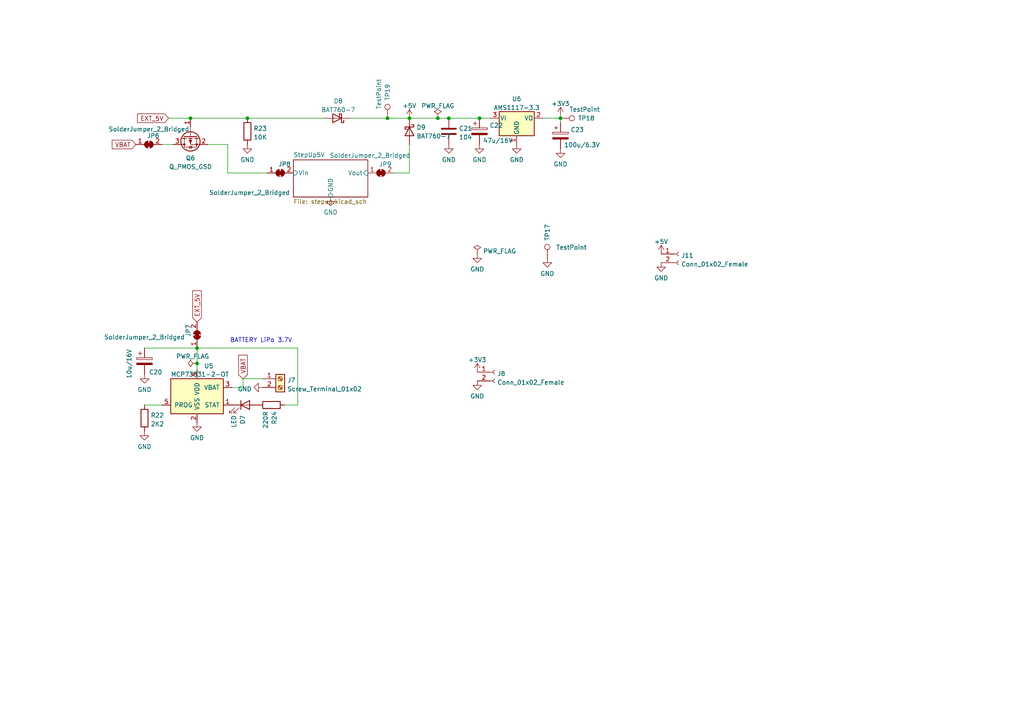
<source format=kicad_sch>
(kicad_sch (version 20231120) (generator "eeschema") (generator_version "8.0")
  (paper "A4")
  (lib_symbols
    (symbol "Battery_Management:MCP73831-2-OT" (pin_names (offset 1.016))
      (property "Reference" "U" (at -7.62 6.35 0))
      (property "Value" "MCP73831-2-OT" (at 1.27 6.35 0))
      (symbol "MCP73831-2-OT_0_1"
        (rectangle (start -7.62 5.08) (end 7.62 -5.08) (stroke (width 0.254)) (fill (type background)))
      )
      (symbol "MCP73831-2-OT_1_1"
        (pin output line (at 10.16 -2.54 180) (length 2.54) (name "STAT") (number "1"))
        (pin power_in line (at 0 -7.62 90) (length 2.54) (name "VSS") (number "2"))
        (pin power_out line (at 10.16 2.54 180) (length 2.54) (name "VBAT") (number "3"))
        (pin power_in line (at 0 7.62 270) (length 2.54) (name "VDD") (number "4"))
        (pin input line (at -10.16 -2.54 0) (length 2.54) (name "PROG") (number "5"))
      )
    )
    (symbol "Connector:Conn_01x02_Female" (pin_names (offset 1.016) hide)
      (property "Reference" "J" (at 0 2.54 0))
      (property "Value" "Conn_01x02_Female" (at 0 -5.08 0))
      (symbol "Conn_01x02_Female_1_1"
        (arc (start 0 -2.032) (mid -0.5058 -2.54) (end 0 -3.048) (stroke (width 0.1524)))
        (polyline (pts (xy -1.27 -2.54) (xy -0.508 -2.54)) (stroke (width 0.1524)))
        (polyline (pts (xy -1.27 0) (xy -0.508 0)) (stroke (width 0.1524)))
        (arc (start 0 0.508) (mid -0.5058 0) (end 0 -0.508) (stroke (width 0.1524)))
        (pin passive line (at -5.08 0 0) (length 3.81) (name "Pin_1") (number "1"))
        (pin passive line (at -5.08 -2.54 0) (length 3.81) (name "Pin_2") (number "2"))
      )
    )
    (symbol "Connector:Screw_Terminal_01x02" (pin_names (offset 1.016) hide)
      (property "Reference" "J" (at 0 2.54 0))
      (property "Value" "Screw_Terminal_01x02" (at 0 -5.08 0))
      (symbol "Screw_Terminal_01x02_1_1"
        (rectangle (start -1.27 1.27) (end 1.27 -3.81) (stroke (width 0.254)) (fill (type background)))
        (circle (center 0 -2.54) (radius 0.635) (stroke (width 0.1524)))
        (polyline (pts (xy -0.5334 -2.2098) (xy 0.3302 -3.048)) (stroke (width 0.1524)))
        (polyline (pts (xy -0.5334 0.3302) (xy 0.3302 -0.508)) (stroke (width 0.1524)))
        (polyline (pts (xy -0.3556 -2.032) (xy 0.508 -2.8702)) (stroke (width 0.1524)))
        (polyline (pts (xy -0.3556 0.508) (xy 0.508 -0.3302)) (stroke (width 0.1524)))
        (circle (center 0 0) (radius 0.635) (stroke (width 0.1524)))
        (pin passive line (at -5.08 0 0) (length 3.81) (name "Pin_1") (number "1"))
        (pin passive line (at -5.08 -2.54 0) (length 3.81) (name "Pin_2") (number "2"))
      )
    )
    (symbol "Connector:TestPoint" (pin_numbers hide) (pin_names (offset 0.762) hide)
      (property "Reference" "TP" (at 0 6.858 0))
      (property "Value" "TestPoint" (at 0 5.08 0))
      (symbol "TestPoint_0_1"
        (circle (center 0 3.302) (radius 0.762))
      )
      (symbol "TestPoint_1_1"
        (pin passive line (at 0 0 90) (length 2.54) (name "1") (number "1"))
      )
    )
    (symbol "Device:C" (pin_numbers hide) (pin_names (offset 0.254))
      (property "Reference" "C" (at 0.635 2.54 0))
      (property "Value" "C" (at 0.635 -2.54 0))
      (symbol "C_0_1"
        (polyline (pts (xy -2.032 -0.762) (xy 2.032 -0.762)) (stroke (width 0.508)))
        (polyline (pts (xy -2.032 0.762) (xy 2.032 0.762)) (stroke (width 0.508)))
      )
      (symbol "C_1_1"
        (pin passive line (at 0 3.81 270) (length 2.794) (name "~") (number "1"))
        (pin passive line (at 0 -3.81 90) (length 2.794) (name "~") (number "2"))
      )
    )
    (symbol "Device:C_Polarized" (pin_numbers hide) (pin_names (offset 0.254))
      (property "Reference" "C" (at 0.635 2.54 0))
      (property "Value" "C_Polarized" (at 0.635 -2.54 0))
      (symbol "C_Polarized_0_1"
        (rectangle (start -2.286 0.508) (end 2.286 1.016))
        (polyline (pts (xy -1.778 2.286) (xy -0.762 2.286)))
        (polyline (pts (xy -1.27 2.794) (xy -1.27 1.778)))
        (rectangle (start 2.286 -0.508) (end -2.286 -1.016) (fill (type outline)))
      )
      (symbol "C_Polarized_1_1"
        (pin passive line (at 0 3.81 270) (length 2.794) (name "~") (number "1"))
        (pin passive line (at 0 -3.81 90) (length 2.794) (name "~") (number "2"))
      )
    )
    (symbol "Device:D_Schottky" (pin_numbers hide) (pin_names (offset 1.016) hide)
      (property "Reference" "D" (at 0 2.54 0))
      (property "Value" "D_Schottky" (at 0 -2.54 0))
      (symbol "D_Schottky_0_1"
        (polyline (pts (xy 1.27 0) (xy -1.27 0)))
        (polyline (pts (xy 1.27 1.27) (xy 1.27 -1.27) (xy -1.27 0) (xy 1.27 1.27)) (stroke (width 0.254)))
        (polyline (pts (xy -1.905 0.635) (xy -1.905 1.27) (xy -1.27 1.27) (xy -1.27 -1.27) (xy -0.635 -1.27) (xy -0.635 -0.635)) (stroke (width 0.254)))
      )
      (symbol "D_Schottky_1_1"
        (pin passive line (at -3.81 0 0) (length 2.54) (name "K") (number "1"))
        (pin passive line (at 3.81 0 180) (length 2.54) (name "A") (number "2"))
      )
    )
    (symbol "Device:LED" (pin_numbers hide) (pin_names (offset 1.016) hide)
      (property "Reference" "D" (at 0 2.54 0))
      (property "Value" "LED" (at 0 -2.54 0))
      (symbol "LED_0_1"
        (polyline (pts (xy -1.27 -1.27) (xy -1.27 1.27)) (stroke (width 0.254)))
        (polyline (pts (xy -1.27 0) (xy 1.27 0)))
        (polyline (pts (xy 1.27 -1.27) (xy 1.27 1.27) (xy -1.27 0) (xy 1.27 -1.27)) (stroke (width 0.254)))
        (polyline (pts (xy -3.048 -0.762) (xy -4.572 -2.286) (xy -3.81 -2.286) (xy -4.572 -2.286) (xy -4.572 -1.524)))
        (polyline (pts (xy -1.778 -0.762) (xy -3.302 -2.286) (xy -2.54 -2.286) (xy -3.302 -2.286) (xy -3.302 -1.524)))
      )
      (symbol "LED_1_1"
        (pin passive line (at -3.81 0 0) (length 2.54) (name "K") (number "1"))
        (pin passive line (at 3.81 0 180) (length 2.54) (name "A") (number "2"))
      )
    )
    (symbol "Device:Q_PMOS_GSD" (pin_names (offset 0) hide)
      (property "Reference" "Q" (at 5.08 1.27 0))
      (property "Value" "Q_PMOS_GSD" (at 5.08 -1.27 0))
      (symbol "Q_PMOS_GSD_0_1"
        (polyline (pts (xy 0.254 0) (xy -2.54 0)))
        (polyline (pts (xy 0.254 1.905) (xy 0.254 -1.905)) (stroke (width 0.254)))
        (polyline (pts (xy 0.762 -1.27) (xy 0.762 -2.286)) (stroke (width 0.254)))
        (polyline (pts (xy 0.762 0.508) (xy 0.762 -0.508)) (stroke (width 0.254)))
        (polyline (pts (xy 0.762 2.286) (xy 0.762 1.27)) (stroke (width 0.254)))
        (polyline (pts (xy 2.54 2.54) (xy 2.54 1.778)))
        (polyline (pts (xy 2.54 -2.54) (xy 2.54 0) (xy 0.762 0)))
        (polyline (pts (xy 0.762 1.778) (xy 3.302 1.778) (xy 3.302 -1.778) (xy 0.762 -1.778)))
        (polyline (pts (xy 2.286 0) (xy 1.27 0.381) (xy 1.27 -0.381) (xy 2.286 0)) (fill (type outline)))
        (polyline (pts (xy 2.794 -0.508) (xy 2.921 -0.381) (xy 3.683 -0.381) (xy 3.81 -0.254)))
        (polyline (pts (xy 3.302 -0.381) (xy 2.921 0.254) (xy 3.683 0.254) (xy 3.302 -0.381)))
        (circle (center 1.651 0) (radius 2.794) (stroke (width 0.254)))
        (circle (center 2.54 -1.778) (radius 0.254) (fill (type outline)))
        (circle (center 2.54 1.778) (radius 0.254) (fill (type outline)))
      )
      (symbol "Q_PMOS_GSD_1_1"
        (pin input line (at -5.08 0 0) (length 2.54) (name "G") (number "1"))
        (pin passive line (at 2.54 -5.08 90) (length 2.54) (name "S") (number "2"))
        (pin passive line (at 2.54 5.08 270) (length 2.54) (name "D") (number "3"))
      )
    )
    (symbol "Device:R" (pin_numbers hide) (pin_names (offset 0))
      (property "Reference" "R" (at 2.032 0 90))
      (property "Value" "R" (at 0 0 90))
      (symbol "R_0_1"
        (rectangle (start -1.016 -2.54) (end 1.016 2.54) (stroke (width 0.254)))
      )
      (symbol "R_1_1"
        (pin passive line (at 0 3.81 270) (length 1.27) (name "~") (number "1"))
        (pin passive line (at 0 -3.81 90) (length 1.27) (name "~") (number "2"))
      )
    )
    (symbol "Jumper:SolderJumper_2_Bridged" (pin_names (offset 0) hide)
      (property "Reference" "JP" (at 0 2.032 0))
      (property "Value" "SolderJumper_2_Bridged" (at 0 -2.54 0))
      (symbol "SolderJumper_2_Bridged_0_1"
        (rectangle (start -0.508 0.508) (end 0.508 -0.508) (fill (type outline)))
        (arc (start -0.254 1.016) (mid -1.2655 0) (end -0.254 -1.016))
        (arc (start -0.254 1.016) (mid -1.2655 0) (end -0.254 -1.016) (fill (type outline)))
        (polyline (pts (xy -0.254 1.016) (xy -0.254 -1.016)))
        (polyline (pts (xy 0.254 1.016) (xy 0.254 -1.016)))
        (arc (start 0.254 -1.016) (mid 1.2655 0) (end 0.254 1.016))
        (arc (start 0.254 -1.016) (mid 1.2655 0) (end 0.254 1.016) (fill (type outline)))
      )
      (symbol "SolderJumper_2_Bridged_1_1"
        (pin passive line (at -3.81 0 0) (length 2.54) (name "A") (number "1"))
        (pin passive line (at 3.81 0 180) (length 2.54) (name "B") (number "2"))
      )
    )
    (symbol "Regulator_Linear:AMS1117-3.3" (pin_names (offset 0.254))
      (property "Reference" "U" (at -3.81 3.175 0))
      (property "Value" "AMS1117-3.3" (at 0 3.175 0))
      (symbol "AMS1117-3.3_0_1"
        (rectangle (start -5.08 -5.08) (end 5.08 1.905) (stroke (width 0.254)) (fill (type background)))
      )
      (symbol "AMS1117-3.3_1_1"
        (pin power_in line (at 0 -7.62 90) (length 2.54) (name "GND") (number "1"))
        (pin power_out line (at 7.62 0 180) (length 2.54) (name "VO") (number "2"))
        (pin power_in line (at -7.62 0 0) (length 2.54) (name "VI") (number "3"))
      )
    )
    (symbol "power:+3V3" (power) (pin_names (offset 0))
      (property "Value" "+3V3" (at 0 3.556 0))
      (symbol "+3V3_0_1"
        (polyline (pts (xy -0.762 1.27) (xy 0 2.54)))
        (polyline (pts (xy 0 0) (xy 0 2.54)))
        (polyline (pts (xy 0 2.54) (xy 0.762 1.27)))
      )
      (symbol "+3V3_1_1"
        (pin power_in line (at 0 0 90) (length 0) hide (name "+3V3") (number "1"))
      )
    )
    (symbol "power:+5V" (power) (pin_names (offset 0))
      (property "Value" "+5V" (at 0 3.556 0))
      (symbol "+5V_0_1"
        (polyline (pts (xy -0.762 1.27) (xy 0 2.54)))
        (polyline (pts (xy 0 0) (xy 0 2.54)))
        (polyline (pts (xy 0 2.54) (xy 0.762 1.27)))
      )
      (symbol "+5V_1_1"
        (pin power_in line (at 0 0 90) (length 0) hide (name "+5V") (number "1"))
      )
    )
    (symbol "power:GND" (power) (pin_names (offset 0))
      (property "Value" "GND" (at 0 -3.81 0))
      (symbol "GND_0_1"
        (polyline (pts (xy 0 0) (xy 0 -1.27) (xy 1.27 -1.27) (xy 0 -2.54) (xy -1.27 -1.27) (xy 0 -1.27)))
      )
      (symbol "GND_1_1"
        (pin power_in line (at 0 0 270) (length 0) hide (name "GND") (number "1"))
      )
    )
    (symbol "power:PWR_FLAG" (power) (pin_numbers hide) (pin_names (offset 0) hide)
      (property "Value" "PWR_FLAG" (at 0 3.81 0))
      (symbol "PWR_FLAG_0_0"
        (pin power_out line (at 0 0 90) (length 0) (name "pwr") (number "1"))
      )
      (symbol "PWR_FLAG_0_1"
        (polyline (pts (xy 0 0) (xy 0 1.27) (xy -1.016 1.905) (xy 0 2.54) (xy 1.016 1.905) (xy 0 1.27)))
      )
    )
  )
  (junction (at 130.175 34.29))
  (junction (at 127 34.29))
  (junction (at 57.15 105.41))
  (junction (at 162.56 34.29))
  (junction (at 118.745 34.29))
  (junction (at 71.755 34.29))
  (junction (at 139.065 34.29))
  (junction (at 55.245 34.29))
  (junction (at 57.15 100.965))
  (junction (at 112.395 34.29))
  (wire (pts (xy 71.755 34.29) (xy 93.98 34.29)))
  (wire (pts (xy 57.15 107.315) (xy 57.15 105.41)))
  (wire (pts (xy 57.15 105.41) (xy 57.15 100.965)))
  (wire (pts (xy 118.745 34.29) (xy 127 34.29)))
  (wire (pts (xy 57.15 100.965) (xy 86.36 100.965)))
  (wire (pts (xy 101.6 34.29) (xy 112.395 34.29)))
  (wire (pts (xy 162.56 33.655) (xy 162.56 34.29)))
  (wire (pts (xy 157.48 34.29) (xy 162.56 34.29)))
  (wire (pts (xy 112.395 34.29) (xy 118.745 34.29)))
  (wire (pts (xy 127 34.29) (xy 130.175 34.29)))
  (wire (pts (xy 118.745 41.91) (xy 118.745 50.165)))
  (wire (pts (xy 66.04 50.165) (xy 77.47 50.165)))
  (wire (pts (xy 41.91 100.965) (xy 57.15 100.965)))
  (wire (pts (xy 86.36 117.475) (xy 82.55 117.475)))
  (wire (pts (xy 139.065 34.29) (xy 142.24 34.29)))
  (wire (pts (xy 86.36 100.965) (xy 86.36 117.475)))
  (wire (pts (xy 114.3 50.165) (xy 118.745 50.165)))
  (wire (pts (xy 130.175 34.29) (xy 139.065 34.29)))
  (wire (pts (xy 60.325 41.91) (xy 66.04 41.91)))
  (wire (pts (xy 41.91 117.475) (xy 46.99 117.475)))
  (wire (pts (xy 66.04 41.91) (xy 66.04 50.165)))
  (wire (pts (xy 162.56 34.29) (xy 162.56 35.56)))
  (wire (pts (xy 46.99 41.91) (xy 50.165 41.91)))
  (wire (pts (xy 55.245 34.29) (xy 71.755 34.29)))
  (wire (pts (xy 70.485 112.395) (xy 70.485 109.855)))
  (wire (pts (xy 67.31 112.395) (xy 70.485 112.395)))
  (wire (pts (xy 70.485 109.855) (xy 76.2 109.855)))
  (wire (pts (xy 48.895 34.29) (xy 55.245 34.29)))
  (text "BATTERY LiPo 3.7V\n\n" (at 66.675 101.6 0) (effects (font (size 1.27 1.27)) (justify left bottom)))
  (global_label "VBAT" (shape input) (at 70.485 109.855 90) (property "Intersheetrefs" "${INTERSHEET_REFS}" (effects (hide yes))))
  (global_label "EXT_5V" (shape input) (at 48.895 34.29 180) (property "Intersheetrefs" "${INTERSHEET_REFS}" (effects (hide yes))))
  (global_label "VBAT" (shape input) (at 39.37 41.91 180) (property "Intersheetrefs" "${INTERSHEET_REFS}" (effects (hide yes))))
  (global_label "EXT_5V" (shape input) (at 57.15 93.345 90) (property "Intersheetrefs" "${INTERSHEET_REFS}" (effects (hide yes))))
  (symbol (lib_id "Device:C_Polarized") (at 41.91 104.775 0) (unit 1)
    (property "Reference" "C20" (at 43.18 107.95 0) (effects (justify left)))
    (property "Value" "10u/16V" (at 37.465 109.855 90) (effects (justify left)))
    (property "Footprint" "Capacitor_SMD:CP_Elec_4x5.4" (effects (hide yes)))
    (property "REF" "C3001198" (effects (hide yes)))
  )
  (symbol (lib_id "power:+3V3") (at 138.43 107.95 0) (unit 1)
    (property "Reference" "#PWR052" (effects (hide yes)))
    (property "Value" "+3V3" (at 138.43 104.3742 0))
  )
  (symbol (lib_id "Device:C_Polarized") (at 139.065 38.1 0) (unit 1)
    (property "Reference" "C22" (at 141.986 36.3763 0) (effects (justify left)))
    (property "Value" "47u/16V" (at 140.081 40.767 0) (effects (justify left)))
    (property "Footprint" "Capacitor_SMD:CP_Elec_5x5.4" (effects (hide yes)))
    (property "REF" "C72515" (effects (hide yes)))
  )
  (symbol (lib_id "Connector:TestPoint") (at 158.75 74.93 0) (unit 1)
    (property "Reference" "TP17" (at 158.75 69.85 90) (effects (justify left)))
    (property "Value" "TestPoint" (at 161.29 71.755 0) (effects (justify left)))
    (property "Footprint" "TestPoint:TestPoint_Pad_D1.0mm" (effects (hide yes)))
  )
  (symbol (lib_id "power:GND") (at 71.755 41.91 0) (unit 1)
    (property "Reference" "#PWR044" (effects (hide yes)))
    (property "Value" "GND" (at 71.755 46.3534 0))
  )
  (symbol (lib_id "Regulator_Linear:AMS1117-3.3") (at 149.86 34.29 0) (unit 1)
    (property "Reference" "U6" (at 149.86 28.6852 0))
    (property "Value" "AMS1117-3.3" (at 149.86 31.2221 0))
    (property "Footprint" "Package_TO_SOT_SMD:SOT-223-3_TabPin2" (effects (hide yes)))
    (property "Datasheet" "http://www.advanced-monolithic.com/pdf/ds1117.pdf" (effects (hide yes)))
    (property "REF" "C6186" (effects (hide yes)))
  )
  (symbol (lib_id "Connector:TestPoint") (at 112.395 34.29 0) (unit 1)
    (property "Reference" "TP19" (at 112.395 29.21 90) (effects (justify left)))
    (property "Value" "TestPoint" (at 109.855 31.75 90) (effects (justify left)))
    (property "Footprint" "TestPoint:TestPoint_Pad_D1.0mm" (effects (hide yes)))
  )
  (symbol (lib_id "Device:R") (at 41.91 121.285 0) (unit 1)
    (property "Reference" "R22" (at 43.688 120.4503 0) (effects (justify left)))
    (property "Value" "2K2" (at 43.688 122.9872 0) (effects (justify left)))
    (property "Footprint" "Resistor_SMD:R_1210_3225Metric_Pad1.30x2.65mm_HandSolder" (effects (hide yes)))
    (property "REF" "C422361" (effects (hide yes)))
  )
  (symbol (lib_id "power:+5V") (at 118.745 34.29 0) (unit 1)
    (property "Reference" "#PWR060" (effects (hide yes)))
    (property "Value" "+5V" (at 118.745 30.7142 0))
  )
  (symbol (lib_id "Jumper:SolderJumper_2_Bridged") (at 43.18 41.91 0) (unit 1)
    (property "Reference" "JP6" (at 44.45 39.37 0))
    (property "Value" "SolderJumper_2_Bridged" (at 43.18 37.465 0))
    (property "Footprint" "Jumper:SolderJumper-2_P1.3mm_Open_RoundedPad1.0x1.5mm" (effects (hide yes)))
  )
  (symbol (lib_id "Device:R") (at 78.74 117.475 270) (unit 1)
    (property "Reference" "R24" (at 79.5747 119.253 0) (effects (justify left)))
    (property "Value" "220R" (at 77.0378 119.253 0) (effects (justify left)))
    (property "Footprint" "Resistor_SMD:R_0805_2012Metric_Pad1.20x1.40mm_HandSolder" (effects (hide yes)))
    (property "REF" "C844830" (effects (hide yes)))
  )
  (symbol (lib_id "Device:Q_PMOS_GSD") (at 55.245 39.37 90) (mirror x) (unit 1)
    (property "Reference" "Q6" (at 55.245 45.8454 90))
    (property "Value" "Q_PMOS_GSD" (at 55.245 48.3823 90))
    (property "Footprint" "Package_TO_SOT_SMD:SOT-23-3" (effects (hide yes)))
    (property "REF" "C177033" (effects (hide yes)))
  )
  (symbol (lib_id "Connector:Conn_01x02_Female") (at 143.51 107.95 0) (unit 1)
    (property "Reference" "J8" (at 144.2212 108.3853 0) (effects (justify left)))
    (property "Value" "Conn_01x02_Female" (at 144.2212 110.9222 0) (effects (justify left)))
    (property "Footprint" "Connector_PinHeader_2.54mm:PinHeader_1x02_P2.54mm_Vertical" (effects (hide yes)))
  )
  (symbol (lib_id "power:GND") (at 95.885 57.15 0) (unit 1)
    (property "Reference" "#PWR046" (effects (hide yes)))
    (property "Value" "GND" (at 95.885 61.5934 0))
  )
  (symbol (lib_id "Connector:Conn_01x02_Female") (at 196.85 73.66 0) (unit 1)
    (property "Reference" "J11" (at 197.5612 74.0953 0) (effects (justify left)))
    (property "Value" "Conn_01x02_Female" (at 197.5612 76.6322 0) (effects (justify left)))
    (property "Footprint" "Connector_PinHeader_2.54mm:PinHeader_1x02_P2.54mm_Vertical" (effects (hide yes)))
  )
  (symbol (lib_id "power:GND") (at 76.2 112.395 270) (unit 1)
    (property "Reference" "#PWR045" (effects (hide yes)))
    (property "Value" "GND" (at 73.0251 112.8288 90) (effects (justify right)))
  )
  (symbol (lib_id "Device:R") (at 71.755 38.1 180) (unit 1)
    (property "Reference" "R23" (at 73.533 37.2653 0) (effects (justify right)))
    (property "Value" "10K" (at 73.533 39.8022 0) (effects (justify right)))
    (property "Footprint" "Resistor_SMD:R_0805_2012Metric_Pad1.20x1.40mm_HandSolder" (effects (hide yes)))
    (property "REF" "C864029" (effects (hide yes)))
  )
  (symbol (lib_id "power:GND") (at 130.175 41.91 0) (unit 1)
    (property "Reference" "#PWR047" (effects (hide yes)))
    (property "Value" "GND" (at 130.175 46.3534 0))
  )
  (symbol (lib_id "power:+3V3") (at 162.56 33.655 0) (unit 1)
    (property "Reference" "#PWR057" (effects (hide yes)))
    (property "Value" "+3V3" (at 162.56 30.0792 0))
  )
  (symbol (lib_id "Device:D_Schottky") (at 97.79 34.29 180) (unit 1)
    (property "Reference" "D8" (at 98.1075 29.3202 0))
    (property "Value" "BAT760-7" (at 98.1075 31.8571 0))
    (property "Footprint" "Diode_SMD:D_SOD-323F" (effects (hide yes)))
    (property "REF" "C124187" (effects (hide yes)))
  )
  (symbol (lib_id "Jumper:SolderJumper_2_Bridged") (at 110.49 50.165 0) (unit 1)
    (property "Reference" "JP9" (at 111.76 47.625 0))
    (property "Value" "SolderJumper_2_Bridged" (at 107.315 45.085 0))
    (property "Footprint" "Jumper:SolderJumper-2_P1.3mm_Open_RoundedPad1.0x1.5mm" (effects (hide yes)))
  )
  (symbol (lib_id "Device:D_Schottky") (at 118.745 38.1 270) (unit 1)
    (property "Reference" "D9" (at 120.777 36.9478 90) (effects (justify left)))
    (property "Value" "BAT760-7" (at 120.777 39.4847 90) (effects (justify left)))
    (property "Footprint" "Diode_SMD:D_SOD-323F" (effects (hide yes)))
    (property "REF" "C124187" (effects (hide yes)))
  )
  (symbol (lib_id "power:GND") (at 191.77 76.2 0) (unit 1)
    (property "Reference" "#PWR062" (effects (hide yes)))
    (property "Value" "GND" (at 191.77 80.6434 0))
  )
  (symbol (lib_id "power:GND") (at 57.15 122.555 0) (unit 1)
    (property "Reference" "#PWR043" (effects (hide yes)))
    (property "Value" "GND" (at 57.15 126.9984 0))
  )
  (symbol (lib_id "Connector:TestPoint") (at 162.56 34.29 270) (unit 1)
    (property "Reference" "TP18" (at 167.64 34.29 90) (effects (justify left)))
    (property "Value" "TestPoint" (at 165.1 31.75 90) (effects (justify left)))
    (property "Footprint" "TestPoint:TestPoint_Pad_D1.0mm" (effects (hide yes)))
  )
  (symbol (lib_id "power:GND") (at 162.56 43.18 0) (unit 1)
    (property "Reference" "#PWR058" (effects (hide yes)))
    (property "Value" "GND" (at 162.56 47.6234 0))
  )
  (symbol (lib_id "Device:C_Polarized") (at 162.56 39.37 0) (unit 1)
    (property "Reference" "C23" (at 165.481 37.6463 0) (effects (justify left)))
    (property "Value" "100u/6.3V" (at 163.576 42.037 0) (effects (justify left)))
    (property "Footprint" "Capacitor_SMD:CP_Elec_6.3x5.7" (effects (hide yes)))
    (property "REF" "C65235" (effects (hide yes)))
  )
  (symbol (lib_id "power:GND") (at 139.065 41.91 0) (unit 1)
    (property "Reference" "#PWR054" (effects (hide yes)))
    (property "Value" "GND" (at 139.065 46.3534 0))
  )
  (symbol (lib_id "power:GND") (at 149.86 41.91 0) (unit 1)
    (property "Reference" "#PWR055" (effects (hide yes)))
    (property "Value" "GND" (at 149.86 46.3534 0))
  )
  (symbol (lib_id "power:GND") (at 138.43 73.66 0) (unit 1)
    (property "Reference" "#PWR051" (effects (hide yes)))
    (property "Value" "GND" (at 138.43 78.1034 0))
  )
  (symbol (lib_id "power:GND") (at 41.91 108.585 0) (unit 1)
    (property "Reference" "#PWR041" (effects (hide yes)))
    (property "Value" "GND" (at 41.91 113.0284 0))
  )
  (symbol (lib_id "power:PWR_FLAG") (at 138.43 73.66 0) (unit 1)
    (property "Reference" "#FLG03" (effects (hide yes)))
    (property "Value" "PWR_FLAG" (at 140.081 72.8238 0) (effects (justify left)))
  )
  (symbol (lib_id "Connector:Screw_Terminal_01x02") (at 81.28 109.855 0) (unit 1)
    (property "Reference" "J7" (at 83.312 110.2903 0) (effects (justify left)))
    (property "Value" "Screw_Terminal_01x02" (at 83.312 112.8272 0) (effects (justify left)))
    (property "Footprint" "TerminalBlock:TerminalBlock_bornier-2_P5.08mm" (effects (hide yes)))
  )
  (symbol (lib_id "power:PWR_FLAG") (at 127 34.29 0) (unit 1)
    (property "Reference" "#FLG02" (effects (hide yes)))
    (property "Value" "PWR_FLAG" (at 127 30.7142 0))
  )
  (symbol (lib_id "power:PWR_FLAG") (at 57.15 105.41 90) (unit 1)
    (property "Reference" "#FLG01" (effects (hide yes)))
    (property "Value" "PWR_FLAG" (at 55.88 103.3582 90))
  )
  (symbol (lib_id "power:GND") (at 158.75 74.93 0) (unit 1)
    (property "Reference" "#PWR056" (effects (hide yes)))
    (property "Value" "GND" (at 158.75 79.3734 0))
  )
  (symbol (lib_id "Battery_Management:MCP73831-2-OT") (at 57.15 114.935 0) (unit 1)
    (property "Reference" "U5" (at 59.1694 106.1552 0) (effects (justify left)))
    (property "Value" "MCP73831-2-OT" (at 49.53 108.585 0) (effects (justify left)))
    (property "Footprint" "Package_TO_SOT_SMD:SOT-23-5" (effects (hide yes)))
    (property "Datasheet" "http://ww1.microchip.com/downloads/en/DeviceDoc/20001984g.pdf" (effects (hide yes)))
    (property "REF" "C424093" (effects (hide yes)))
  )
  (symbol (lib_id "Device:C") (at 130.175 38.1 0) (unit 1)
    (property "Reference" "C21" (at 133.096 37.2653 0) (effects (justify left)))
    (property "Value" "104" (at 133.096 39.8022 0) (effects (justify left)))
    (property "Footprint" "Capacitor_SMD:C_0805_2012Metric_Pad1.18x1.45mm_HandSolder" (effects (hide yes)))
    (property "REF" "C49678" (effects (hide yes)))
  )
  (symbol (lib_id "power:GND") (at 41.91 125.095 0) (unit 1)
    (property "Reference" "#PWR042" (effects (hide yes)))
    (property "Value" "GND" (at 41.91 129.5384 0))
  )
  (symbol (lib_id "power:GND") (at 138.43 110.49 0) (unit 1)
    (property "Reference" "#PWR053" (effects (hide yes)))
    (property "Value" "GND" (at 138.43 114.9334 0))
  )
  (symbol (lib_id "power:+5V") (at 191.77 73.66 0) (unit 1)
    (property "Reference" "#PWR061" (effects (hide yes)))
    (property "Value" "+5V" (at 191.77 70.0842 0))
  )
  (symbol (lib_id "Jumper:SolderJumper_2_Bridged") (at 57.15 97.155 90) (unit 1)
    (property "Reference" "JP7" (at 54.61 95.885 0))
    (property "Value" "SolderJumper_2_Bridged" (at 41.91 97.79 90))
    (property "Footprint" "Jumper:SolderJumper-2_P1.3mm_Open_RoundedPad1.0x1.5mm" (effects (hide yes)))
  )
  (symbol (lib_id "Jumper:SolderJumper_2_Bridged") (at 81.28 50.165 0) (unit 1)
    (property "Reference" "JP8" (at 82.55 47.625 0))
    (property "Value" "SolderJumper_2_Bridged" (at 72.39 55.88 0))
    (property "Footprint" "Jumper:SolderJumper-2_P1.3mm_Open_RoundedPad1.0x1.5mm" (effects (hide yes)))
  )
  (symbol (lib_id "Device:LED") (at 71.12 117.475 0) (unit 1)
    (property "Reference" "D7" (at 70.3672 120.396 90) (effects (justify right)))
    (property "Value" "LED" (at 67.8303 120.396 90) (effects (justify right)))
    (property "Footprint" "LED_SMD:LED_0805_2012Metric" (effects (hide yes)))
    (property "REF" "C2297" (effects (hide yes)))
  )
  (sheet (at 85.09 46.355) (size 21.59 10.795) (stroke (width 0.1524))
    (property "Sheetname" "StepUp5V" (at 85.09 45.6434 0) (effects (justify left bottom)))
    (property "Sheetfile" "stepup.kicad_sch" (at 85.09 57.7346 0) (effects (justify left top)))
    (pin "Vin" input (at 85.09 50.165 180))
    (pin "Vout" input (at 106.68 50.165 0))
    (pin "GND" input (at 95.885 57.15 270))
  )
)
</source>
